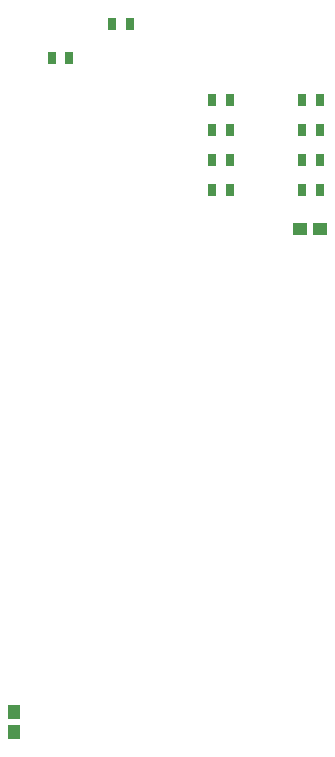
<source format=gbp>
G04*
G04 #@! TF.GenerationSoftware,Altium Limited,Altium Designer,24.4.1 (13)*
G04*
G04 Layer_Color=128*
%FSAX44Y44*%
%MOMM*%
G71*
G04*
G04 #@! TF.SameCoordinates,09090911-0CFD-4792-A0CC-E2C5D1EC5460*
G04*
G04*
G04 #@! TF.FilePolarity,Positive*
G04*
G01*
G75*
%ADD21R,0.7500X1.0000*%
%ADD23R,1.2500X1.1000*%
%ADD30R,1.1000X1.2500*%
D21*
X00506080Y00710423D02*
D03*
X00491080D02*
D03*
X00576068Y00645800D02*
D03*
X00591068D02*
D03*
X00576068Y00620400D02*
D03*
X00591068D02*
D03*
X00576068Y00595000D02*
D03*
X00591068D02*
D03*
X00576068Y00569600D02*
D03*
X00591068D02*
D03*
X00652268Y00645800D02*
D03*
X00667268D02*
D03*
X00652268Y00620400D02*
D03*
X00667268D02*
D03*
X00652268Y00595000D02*
D03*
X00667268D02*
D03*
X00652268Y00569600D02*
D03*
X00667268D02*
D03*
X00454959Y00682108D02*
D03*
X00439959D02*
D03*
D23*
X00650270Y00536527D02*
D03*
X00667270D02*
D03*
D30*
X00408468Y00111380D02*
D03*
Y00128380D02*
D03*
M02*

</source>
